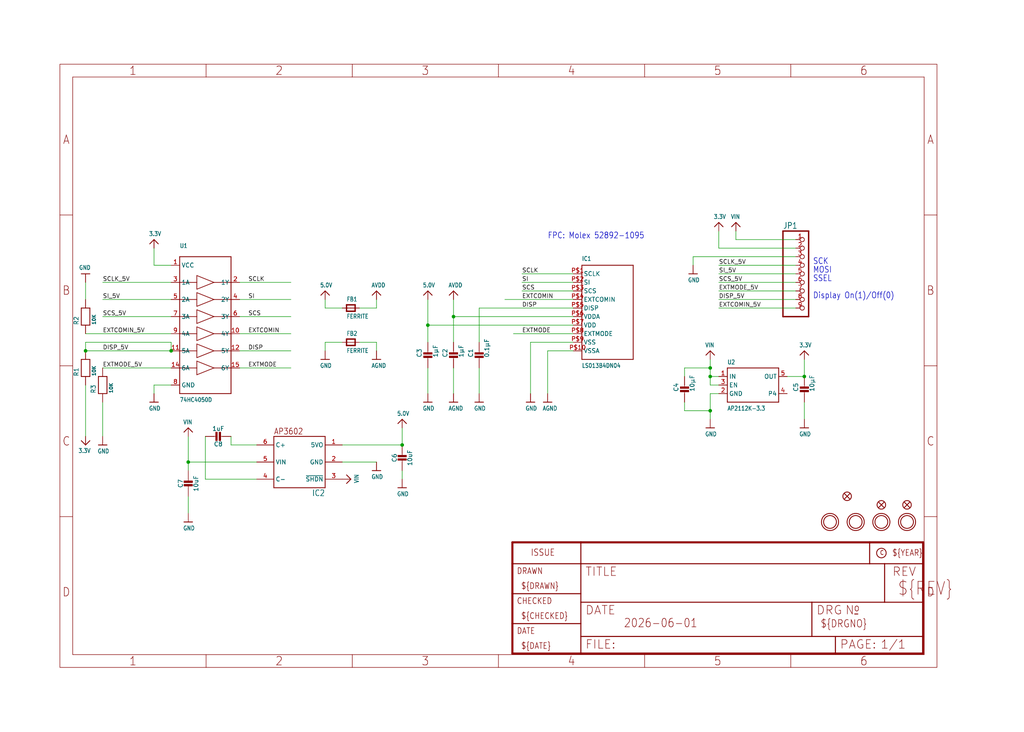
<source format=kicad_sch>
(kicad_sch (version 20230121) (generator eeschema)
  (paper "User" 303.962 217.322)
  (lib_symbols
    (symbol "working-eagle-import:3.3V" (power)
      (property "Value" "3.3V" (at -1.524 1.016 0))
      (symbol "3.3V_1_0"
        (polyline (pts (xy -1.27 -1.27) (xy 0 0)) (stroke (width 0.254)))
        (polyline (pts (xy 0 0) (xy 1.27 -1.27)) (stroke (width 0.254)))
        (pin power_in line (at 0 -2.54 90) (length 2.54) (name "3.3V") (number "1"))
      )
    )
    (symbol "working-eagle-import:5.0V" (power)
      (property "Value" "5.0V" (at -1.524 1.016 0))
      (symbol "5.0V_1_0"
        (polyline (pts (xy -1.27 -1.27) (xy 0 0)) (stroke (width 0.254)))
        (polyline (pts (xy 0 0) (xy 1.27 -1.27)) (stroke (width 0.254)))
        (pin power_in line (at 0 -2.54 90) (length 2.54) (name "5.0V") (number "1"))
      )
    )
    (symbol "working-eagle-import:74HC4050D"
      (property "Reference" "U" (at -7.62 22.86 0))
      (symbol "74HC4050D_1_0"
        (polyline (pts (xy -7.62 -20.32) (xy -7.62 20.32)) (stroke (width 0.254)))
        (polyline (pts (xy -7.62 -12.7) (xy -2.54 -12.7)) (stroke (width 0.2032)))
        (polyline (pts (xy -7.62 -7.62) (xy -2.54 -7.62)) (stroke (width 0.2032)))
        (polyline (pts (xy -7.62 -2.54) (xy -2.54 -2.54)) (stroke (width 0.2032)))
        (polyline (pts (xy -7.62 2.54) (xy -2.54 2.54)) (stroke (width 0.2032)))
        (polyline (pts (xy -7.62 7.62) (xy -2.54 7.62)) (stroke (width 0.2032)))
        (polyline (pts (xy -7.62 12.7) (xy -2.54 12.7)) (stroke (width 0.2032)))
        (polyline (pts (xy -7.62 20.32) (xy 7.62 20.32)) (stroke (width 0.254)))
        (polyline (pts (xy -2.54 -14.732) (xy -2.54 -12.7)) (stroke (width 0.2032)))
        (polyline (pts (xy -2.54 -14.732) (xy 2.54 -12.7)) (stroke (width 0.2032)))
        (polyline (pts (xy -2.54 -12.7) (xy -2.54 -10.668)) (stroke (width 0.2032)))
        (polyline (pts (xy -2.54 -9.652) (xy -2.54 -7.62)) (stroke (width 0.2032)))
        (polyline (pts (xy -2.54 -9.652) (xy 2.54 -7.62)) (stroke (width 0.2032)))
        (polyline (pts (xy -2.54 -7.62) (xy -2.54 -5.588)) (stroke (width 0.2032)))
        (polyline (pts (xy -2.54 -4.572) (xy -2.54 -2.54)) (stroke (width 0.2032)))
        (polyline (pts (xy -2.54 -4.572) (xy 2.54 -2.54)) (stroke (width 0.2032)))
        (polyline (pts (xy -2.54 -2.54) (xy -2.54 -0.508)) (stroke (width 0.2032)))
        (polyline (pts (xy -2.54 0.508) (xy -2.54 2.54)) (stroke (width 0.2032)))
        (polyline (pts (xy -2.54 0.508) (xy 2.54 2.54)) (stroke (width 0.2032)))
        (polyline (pts (xy -2.54 2.54) (xy -2.54 4.572)) (stroke (width 0.2032)))
        (polyline (pts (xy -2.54 5.588) (xy -2.54 7.62)) (stroke (width 0.2032)))
        (polyline (pts (xy -2.54 5.588) (xy 2.54 7.62)) (stroke (width 0.2032)))
        (polyline (pts (xy -2.54 7.62) (xy -2.54 9.652)) (stroke (width 0.2032)))
        (polyline (pts (xy -2.54 10.668) (xy -2.54 12.7)) (stroke (width 0.2032)))
        (polyline (pts (xy -2.54 10.668) (xy 2.54 12.7)) (stroke (width 0.2032)))
        (polyline (pts (xy -2.54 12.7) (xy -2.54 14.732)) (stroke (width 0.2032)))
        (polyline (pts (xy 2.54 -12.7) (xy -2.54 -10.668)) (stroke (width 0.2032)))
        (polyline (pts (xy 2.54 -12.7) (xy 7.62 -12.7)) (stroke (width 0.2032)))
        (polyline (pts (xy 2.54 -7.62) (xy -2.54 -5.588)) (stroke (width 0.2032)))
        (polyline (pts (xy 2.54 -7.62) (xy 7.62 -7.62)) (stroke (width 0.2032)))
        (polyline (pts (xy 2.54 -2.54) (xy -2.54 -0.508)) (stroke (width 0.2032)))
        (polyline (pts (xy 2.54 -2.54) (xy 7.62 -2.54)) (stroke (width 0.2032)))
        (polyline (pts (xy 2.54 2.54) (xy -2.54 4.572)) (stroke (width 0.2032)))
        (polyline (pts (xy 2.54 2.54) (xy 7.62 2.54)) (stroke (width 0.2032)))
        (polyline (pts (xy 2.54 7.62) (xy -2.54 9.652)) (stroke (width 0.2032)))
        (polyline (pts (xy 2.54 7.62) (xy 7.62 7.62)) (stroke (width 0.2032)))
        (polyline (pts (xy 2.54 12.7) (xy -2.54 14.732)) (stroke (width 0.2032)))
        (polyline (pts (xy 2.54 12.7) (xy 7.62 12.7)) (stroke (width 0.2032)))
        (polyline (pts (xy 7.62 -20.32) (xy -7.62 -20.32)) (stroke (width 0.254)))
        (polyline (pts (xy 7.62 12.7) (xy 7.62 -20.32)) (stroke (width 0.254)))
        (polyline (pts (xy 7.62 20.32) (xy 7.62 12.7)) (stroke (width 0.254)))
        (pin bidirectional line (at -10.16 17.78 0) (length 2.54) (name "VCC") (number "1"))
        (pin bidirectional line (at 10.16 -2.54 180) (length 2.54) (name "4Y") (number "10"))
        (pin bidirectional line (at -10.16 -7.62 0) (length 2.54) (name "5A") (number "11"))
        (pin bidirectional line (at 10.16 -7.62 180) (length 2.54) (name "5Y") (number "12"))
        (pin bidirectional line (at -10.16 -12.7 0) (length 2.54) (name "6A") (number "14"))
        (pin bidirectional line (at 10.16 -12.7 180) (length 2.54) (name "6Y") (number "15"))
        (pin bidirectional line (at 10.16 12.7 180) (length 2.54) (name "1Y") (number "2"))
        (pin bidirectional line (at -10.16 12.7 0) (length 2.54) (name "1A") (number "3"))
        (pin bidirectional line (at 10.16 7.62 180) (length 2.54) (name "2Y") (number "4"))
        (pin bidirectional line (at -10.16 7.62 0) (length 2.54) (name "2A") (number "5"))
        (pin bidirectional line (at 10.16 2.54 180) (length 2.54) (name "3Y") (number "6"))
        (pin bidirectional line (at -10.16 2.54 0) (length 2.54) (name "3A") (number "7"))
        (pin bidirectional line (at -10.16 -17.78 0) (length 2.54) (name "GND") (number "8"))
        (pin bidirectional line (at -10.16 -2.54 0) (length 2.54) (name "4A") (number "9"))
      )
    )
    (symbol "working-eagle-import:AGND" (power)
      (property "Value" "AGND" (at -1.524 -2.54 0))
      (symbol "AGND_1_0"
        (polyline (pts (xy -1.27 0) (xy 1.27 0)) (stroke (width 0.254)))
        (pin power_in line (at 0 2.54 270) (length 2.54) (name "AGND") (number "1"))
      )
    )
    (symbol "working-eagle-import:AP3602"
      (property "Reference" "IC" (at -7.62 -10.16 0))
      (symbol "AP3602_1_0"
        (polyline (pts (xy -7.62 -7.62) (xy -7.62 7.62)) (stroke (width 0.254)))
        (polyline (pts (xy -7.62 7.62) (xy 7.62 7.62)) (stroke (width 0.254)))
        (polyline (pts (xy 7.62 -7.62) (xy -7.62 -7.62)) (stroke (width 0.254)))
        (polyline (pts (xy 7.62 7.62) (xy 7.62 -7.62)) (stroke (width 0.254)))
        (text "AP3602" (at 7.62 10.16 0) (effects (font (size 1.778 1.5113)) (justify right top)))
        (pin power_in line (at -12.7 5.08 0) (length 5.08) (name "5VO") (number "1"))
        (pin power_in line (at -12.7 0 0) (length 5.08) (name "GND") (number "2"))
        (pin input line (at -12.7 -5.08 0) (length 5.08) (name "~{SHDN}") (number "3"))
        (pin bidirectional line (at 12.7 -5.08 180) (length 5.08) (name "C-") (number "4"))
        (pin power_in line (at 12.7 0 180) (length 5.08) (name "VIN") (number "5"))
        (pin bidirectional line (at 12.7 5.08 180) (length 5.08) (name "C+") (number "6"))
      )
    )
    (symbol "working-eagle-import:AVDD" (power)
      (property "Value" "AVDD" (at -1.524 1.016 0))
      (symbol "AVDD_1_0"
        (polyline (pts (xy -1.27 -1.27) (xy 0 0)) (stroke (width 0.254)))
        (polyline (pts (xy 0 0) (xy 1.27 -1.27)) (stroke (width 0.254)))
        (pin power_in line (at 0 -2.54 90) (length 2.54) (name "AVDD") (number "1"))
      )
    )
    (symbol "working-eagle-import:CAP_CERAMIC0603_NO"
      (property "Reference" "C" (at -2.29 1.25 90))
      (symbol "CAP_CERAMIC0603_NO_1_0"
        (rectangle (start -1.27 0.508) (end 1.27 1.016) (fill (type outline)))
        (rectangle (start -1.27 1.524) (end 1.27 2.032) (fill (type outline)))
        (polyline (pts (xy 0 0.762) (xy 0 0)) (stroke (width 0.1524)))
        (polyline (pts (xy 0 2.54) (xy 0 1.778)) (stroke (width 0.1524)))
        (pin passive line (at 0 5.08 270) (length 2.54) (name "1") (number "1"))
        (pin passive line (at 0 -2.54 90) (length 2.54) (name "2") (number "2"))
      )
    )
    (symbol "working-eagle-import:CAP_CERAMIC0805-NOOUTLINE"
      (property "Reference" "C" (at -2.29 1.25 90))
      (symbol "CAP_CERAMIC0805-NOOUTLINE_1_0"
        (rectangle (start -1.27 0.508) (end 1.27 1.016) (fill (type outline)))
        (rectangle (start -1.27 1.524) (end 1.27 2.032) (fill (type outline)))
        (polyline (pts (xy 0 0.762) (xy 0 0)) (stroke (width 0.1524)))
        (polyline (pts (xy 0 2.54) (xy 0 1.778)) (stroke (width 0.1524)))
        (pin passive line (at 0 5.08 270) (length 2.54) (name "1") (number "1"))
        (pin passive line (at 0 -2.54 90) (length 2.54) (name "2") (number "2"))
      )
    )
    (symbol "working-eagle-import:CAP_CERAMIC0805_10MGAP"
      (property "Reference" "C" (at -2.29 1.25 90))
      (symbol "CAP_CERAMIC0805_10MGAP_1_0"
        (rectangle (start -1.27 0.508) (end 1.27 1.016) (fill (type outline)))
        (rectangle (start -1.27 1.524) (end 1.27 2.032) (fill (type outline)))
        (polyline (pts (xy 0 0.762) (xy 0 0)) (stroke (width 0.1524)))
        (polyline (pts (xy 0 2.54) (xy 0 1.778)) (stroke (width 0.1524)))
        (pin passive line (at 0 5.08 270) (length 2.54) (name "1") (number "1"))
        (pin passive line (at 0 -2.54 90) (length 2.54) (name "2") (number "2"))
      )
    )
    (symbol "working-eagle-import:DISP_EINK_SHARPMEMORYLCD_10PIN_27IN"
      (property "Reference" "IC" (at -7.62 13.97 0))
      (symbol "DISP_EINK_SHARPMEMORYLCD_10PIN_27IN_1_0"
        (polyline (pts (xy -7.62 -15.24) (xy -7.62 12.7)) (stroke (width 0.254)))
        (polyline (pts (xy -7.62 12.7) (xy 7.62 12.7)) (stroke (width 0.254)))
        (polyline (pts (xy 7.62 -15.24) (xy -7.62 -15.24)) (stroke (width 0.254)))
        (polyline (pts (xy 7.62 12.7) (xy 7.62 -15.24)) (stroke (width 0.254)))
        (pin input line (at -10.16 10.16 0) (length 2.54) (name "SCLK") (number "P$1"))
        (pin power_in line (at -10.16 -12.7 0) (length 2.54) (name "VSSA") (number "P$10"))
        (pin input line (at -10.16 7.62 0) (length 2.54) (name "SI") (number "P$2"))
        (pin input line (at -10.16 5.08 0) (length 2.54) (name "SCS") (number "P$3"))
        (pin input line (at -10.16 2.54 0) (length 2.54) (name "EXTCOMIN") (number "P$4"))
        (pin input line (at -10.16 0 0) (length 2.54) (name "DISP") (number "P$5"))
        (pin power_in line (at -10.16 -2.54 0) (length 2.54) (name "VDDA") (number "P$6"))
        (pin power_in line (at -10.16 -5.08 0) (length 2.54) (name "VDD") (number "P$7"))
        (pin input line (at -10.16 -7.62 0) (length 2.54) (name "EXTMODE") (number "P$8"))
        (pin power_in line (at -10.16 -10.16 0) (length 2.54) (name "VSS") (number "P$9"))
      )
    )
    (symbol "working-eagle-import:FERRITE_0805"
      (property "Reference" "FB" (at -1.27 1.905 0))
      (symbol "FERRITE_0805_1_0"
        (polyline (pts (xy -1.27 -0.9525) (xy -1.27 0.9525)) (stroke (width 0.4064)))
        (polyline (pts (xy -1.27 0.9525) (xy 1.27 0.9525)) (stroke (width 0.4064)))
        (polyline (pts (xy 1.27 -0.9525) (xy -1.27 -0.9525)) (stroke (width 0.4064)))
        (polyline (pts (xy 1.27 0.9525) (xy 1.27 -0.9525)) (stroke (width 0.4064)))
        (pin passive line (at -2.54 0 0) (length 2.54) (name "P$1") (number "1"))
        (pin passive line (at 2.54 0 180) (length 2.54) (name "P$2") (number "2"))
      )
    )
    (symbol "working-eagle-import:FIDUCIAL_1MM"
      (symbol "FIDUCIAL_1MM_1_0"
        (polyline (pts (xy -0.762 0.762) (xy 0.762 -0.762)) (stroke (width 0.254)))
        (polyline (pts (xy 0.762 0.762) (xy -0.762 -0.762)) (stroke (width 0.254)))
        (circle (center 0 0) (radius 1.27) (stroke (width 0.254)))
      )
    )
    (symbol "working-eagle-import:FRAME_A4"
      (symbol "FRAME_A4_1_0"
        (polyline (pts (xy 0 44.7675) (xy 3.81 44.7675)))
        (polyline (pts (xy 0 89.535) (xy 3.81 89.535)))
        (polyline (pts (xy 0 134.3025) (xy 3.81 134.3025)))
        (polyline (pts (xy 3.81 3.81) (xy 3.81 175.26)))
        (polyline (pts (xy 43.3917 0) (xy 43.3917 3.81)))
        (polyline (pts (xy 43.3917 175.26) (xy 43.3917 179.07)))
        (polyline (pts (xy 86.7833 0) (xy 86.7833 3.81)))
        (polyline (pts (xy 86.7833 175.26) (xy 86.7833 179.07)))
        (polyline (pts (xy 130.175 0) (xy 130.175 3.81)))
        (polyline (pts (xy 130.175 175.26) (xy 130.175 179.07)))
        (polyline (pts (xy 173.5667 0) (xy 173.5667 3.81)))
        (polyline (pts (xy 173.5667 175.26) (xy 173.5667 179.07)))
        (polyline (pts (xy 216.9583 0) (xy 216.9583 3.81)))
        (polyline (pts (xy 216.9583 175.26) (xy 216.9583 179.07)))
        (polyline (pts (xy 256.54 3.81) (xy 3.81 3.81)))
        (polyline (pts (xy 256.54 3.81) (xy 256.54 8.89)) (stroke (width 0.1016)))
        (polyline (pts (xy 256.54 3.81) (xy 256.54 175.26)))
        (polyline (pts (xy 256.54 8.89) (xy 256.54 13.97)) (stroke (width 0.1016)))
        (polyline (pts (xy 256.54 13.97) (xy 256.54 19.05)) (stroke (width 0.1016)))
        (polyline (pts (xy 256.54 19.05) (xy 256.54 36.83)) (stroke (width 0.1016)))
        (polyline (pts (xy 256.54 44.7675) (xy 260.35 44.7675)))
        (polyline (pts (xy 256.54 89.535) (xy 260.35 89.535)))
        (polyline (pts (xy 256.54 134.3025) (xy 260.35 134.3025)))
        (polyline (pts (xy 256.54 175.26) (xy 3.81 175.26)))
        (polyline (pts (xy 0 0) (xy 260.35 0) (xy 260.35 179.07) (xy 0 179.07) (xy 0 0)))
        (text "1" (at 21.6958 1.905 0) (effects (font (size 2.54 2.286))))
        (text "1" (at 21.6958 177.165 0) (effects (font (size 2.54 2.286))))
        (text "2" (at 65.0875 1.905 0) (effects (font (size 2.54 2.286))))
        (text "2" (at 65.0875 177.165 0) (effects (font (size 2.54 2.286))))
        (text "3" (at 108.4792 1.905 0) (effects (font (size 2.54 2.286))))
        (text "3" (at 108.4792 177.165 0) (effects (font (size 2.54 2.286))))
        (text "4" (at 151.8708 1.905 0) (effects (font (size 2.54 2.286))))
        (text "4" (at 151.8708 177.165 0) (effects (font (size 2.54 2.286))))
        (text "5" (at 195.2625 1.905 0) (effects (font (size 2.54 2.286))))
        (text "5" (at 195.2625 177.165 0) (effects (font (size 2.54 2.286))))
        (text "6" (at 238.6542 1.905 0) (effects (font (size 2.54 2.286))))
        (text "6" (at 238.6542 177.165 0) (effects (font (size 2.54 2.286))))
        (text "A" (at 1.905 156.6863 0) (effects (font (size 2.54 2.286))))
        (text "A" (at 258.445 156.6863 0) (effects (font (size 2.54 2.286))))
        (text "B" (at 1.905 111.9188 0) (effects (font (size 2.54 2.286))))
        (text "B" (at 258.445 111.9188 0) (effects (font (size 2.54 2.286))))
        (text "C" (at 1.905 67.1513 0) (effects (font (size 2.54 2.286))))
        (text "C" (at 258.445 67.1513 0) (effects (font (size 2.54 2.286))))
        (text "D" (at 1.905 22.3838 0) (effects (font (size 2.54 2.286))))
        (text "D" (at 258.445 22.3838 0) (effects (font (size 2.54 2.286))))
      )
      (symbol "FRAME_A4_2_0"
        (polyline (pts (xy -0.3048 1.5748) (xy 20.0152 1.5748)) (stroke (width 0.6096)))
        (polyline (pts (xy -0.3048 10.4648) (xy -0.3048 1.5748)) (stroke (width 0.6096)))
        (polyline (pts (xy -0.3048 10.4648) (xy 20.0152 10.4648)) (stroke (width 0.3048)))
        (polyline (pts (xy -0.3048 19.3548) (xy -0.3048 10.4648)) (stroke (width 0.6096)))
        (polyline (pts (xy -0.3048 19.3548) (xy 20.0152 19.3548)) (stroke (width 0.3048)))
        (polyline (pts (xy -0.3048 28.2448) (xy -0.3048 19.3548)) (stroke (width 0.6096)))
        (polyline (pts (xy -0.3048 28.2448) (xy 20.0152 28.2448)) (stroke (width 0.3048)))
        (polyline (pts (xy -0.3048 34.5948) (xy -0.3048 28.2448)) (stroke (width 0.6096)))
        (polyline (pts (xy 20.0152 1.5748) (xy 20.0152 6.6548)) (stroke (width 0.3048)))
        (polyline (pts (xy 20.0152 1.5748) (xy 95.5802 1.5748)) (stroke (width 0.6096)))
        (polyline (pts (xy 20.0152 6.6548) (xy 20.0152 10.4648)) (stroke (width 0.3048)))
        (polyline (pts (xy 20.0152 6.6548) (xy 88.5952 6.6548)) (stroke (width 0.3048)))
        (polyline (pts (xy 20.0152 10.4648) (xy 20.0152 16.8148)) (stroke (width 0.3048)))
        (polyline (pts (xy 20.0152 16.8148) (xy 20.0152 19.3548)) (stroke (width 0.3048)))
        (polyline (pts (xy 20.0152 19.3548) (xy 20.0152 28.2448)) (stroke (width 0.3048)))
        (polyline (pts (xy 20.0152 28.2448) (xy 20.0152 34.5948)) (stroke (width 0.3048)))
        (polyline (pts (xy 20.0152 28.2448) (xy 105.7402 28.2448)) (stroke (width 0.3048)))
        (polyline (pts (xy 20.0152 34.5948) (xy -0.3048 34.5948)) (stroke (width 0.6096)))
        (polyline (pts (xy 88.5952 6.6548) (xy 95.5802 6.6548)) (stroke (width 0.3048)))
        (polyline (pts (xy 88.5952 16.8148) (xy 20.0152 16.8148)) (stroke (width 0.3048)))
        (polyline (pts (xy 88.5952 16.8148) (xy 88.5952 6.6548)) (stroke (width 0.3048)))
        (polyline (pts (xy 95.5802 1.5748) (xy 121.6152 1.5748)) (stroke (width 0.6096)))
        (polyline (pts (xy 95.5802 6.6548) (xy 95.5802 1.5748)) (stroke (width 0.3048)))
        (polyline (pts (xy 95.5802 6.6548) (xy 121.6152 6.6548)) (stroke (width 0.3048)))
        (polyline (pts (xy 101.2952 13.3223) (xy 102.2477 13.3223)) (stroke (width 0.254)))
        (polyline (pts (xy 105.7402 28.2448) (xy 105.7402 34.5948)) (stroke (width 0.3048)))
        (polyline (pts (xy 105.7402 28.2448) (xy 110.1852 28.2448)) (stroke (width 0.3048)))
        (polyline (pts (xy 105.7402 34.5948) (xy 20.0152 34.5948)) (stroke (width 0.6096)))
        (polyline (pts (xy 110.1852 16.8148) (xy 88.5952 16.8148)) (stroke (width 0.3048)))
        (polyline (pts (xy 110.1852 28.2448) (xy 110.1852 16.8148)) (stroke (width 0.3048)))
        (polyline (pts (xy 110.1852 28.2448) (xy 121.6152 28.2448)) (stroke (width 0.3048)))
        (polyline (pts (xy 121.6152 6.6548) (xy 121.6152 1.5748)) (stroke (width 0.6096)))
        (polyline (pts (xy 121.6152 16.8148) (xy 110.1852 16.8148)) (stroke (width 0.3048)))
        (polyline (pts (xy 121.6152 16.8148) (xy 121.6152 6.6548)) (stroke (width 0.6096)))
        (polyline (pts (xy 121.6152 28.2448) (xy 121.6152 16.8148)) (stroke (width 0.6096)))
        (polyline (pts (xy 121.6152 34.5948) (xy 105.7402 34.5948)) (stroke (width 0.6096)))
        (polyline (pts (xy 121.6152 34.5948) (xy 121.6152 28.2448)) (stroke (width 0.6096)))
        (circle (center 109.2327 31.4198) (radius 1.4199) (stroke (width 0.254)))
        (text "${#}/${##}" (at 108.9152 2.8448 0) (effects (font (size 2.54 2.54)) (justify left bottom)))
        (text "${CHECKED}" (at 2.2352 11.7348 0) (effects (font (size 1.778 1.5113)) (justify left bottom)))
        (text "${COMPANY}" (at 23.349 29.6735 0) (effects (font (size 3.175 2.6987) (thickness 0.5397) bold) (justify left bottom)))
        (text "${CURRENT_DATE}" (at 32.7152 9.1948 0) (effects (font (size 2.54 2.159)) (justify left bottom)))
        (text "${DATE}" (at 2.2352 2.8448 0) (effects (font (size 1.778 1.5113)) (justify left bottom)))
        (text "${DRAWN}" (at 2.2352 20.6248 0) (effects (font (size 1.778 1.5113)) (justify left bottom)))
        (text "${DRGNO}" (at 91.1352 9.1948 0) (effects (font (size 2.1844 1.8567)) (justify left bottom)))
        (text "${PROJECTNAME}" (at 33.0327 2.8448 0) (effects (font (size 2.54 2.159)) (justify left bottom)))
        (text "${REV}" (at 113.9952 18.7198 0) (effects (font (size 3.81 3.2385)) (justify left bottom)))
        (text "${YEAR}" (at 112.4077 30.4673 0) (effects (font (size 1.778 1.5113)) (justify left bottom)))
        (text "C" (at 108.7564 30.7848 0) (effects (font (size 1.27 1.0795)) (justify left bottom)))
        (text "CHECKED" (at 0.9652 16.1798 0) (effects (font (size 1.778 1.5113)) (justify left bottom)))
        (text "DATE" (at 0.9652 7.2898 0) (effects (font (size 1.778 1.5113)) (justify left bottom)))
        (text "DATE" (at 21.2852 13.0048 0) (effects (font (size 2.54 2.54)) (justify left bottom)))
        (text "DRAWN" (at 0.9652 25.0698 0) (effects (font (size 1.778 1.5113)) (justify left bottom)))
        (text "DRG" (at 89.8652 13.0048 0) (effects (font (size 2.54 2.54)) (justify left bottom)))
        (text "FILE:" (at 21.2852 2.8448 0) (effects (font (size 2.54 2.54)) (justify left bottom)))
        (text "ISSUE" (at 5.0927 30.4673 0) (effects (font (size 1.9304 1.6408)) (justify left bottom)))
        (text "N" (at 98.4377 13.0048 0) (effects (font (size 2.54 2.54)) (justify left bottom)))
        (text "o" (at 100.9777 13.9573 0) (effects (font (size 2.1844 1.8567)) (justify left bottom)))
        (text "PAGE:" (at 96.8502 2.8448 0) (effects (font (size 2.54 2.54)) (justify left bottom)))
        (text "REV" (at 112.4077 24.4348 0) (effects (font (size 2.54 2.54)) (justify left bottom)))
        (text "TITLE" (at 21.2852 24.4348 0) (effects (font (size 2.54 2.54)) (justify left bottom)))
      )
    )
    (symbol "working-eagle-import:GND" (power)
      (property "Value" "GND" (at -1.524 -2.54 0))
      (symbol "GND_1_0"
        (polyline (pts (xy -1.27 0) (xy 1.27 0)) (stroke (width 0.254)))
        (pin power_in line (at 0 2.54 270) (length 2.54) (name "GND") (number "1"))
      )
    )
    (symbol "working-eagle-import:HEADER-1X970MIL"
      (property "Reference" "JP" (at -6.35 13.335 0))
      (symbol "HEADER-1X970MIL_1_0"
        (polyline (pts (xy -6.35 -12.7) (xy 1.27 -12.7)) (stroke (width 0.4064)))
        (polyline (pts (xy -6.35 12.7) (xy -6.35 -12.7)) (stroke (width 0.4064)))
        (polyline (pts (xy 1.27 -12.7) (xy 1.27 12.7)) (stroke (width 0.4064)))
        (polyline (pts (xy 1.27 12.7) (xy -6.35 12.7)) (stroke (width 0.4064)))
        (pin passive inverted (at -2.54 10.16 0) (length 2.54) (name "1") (number "1"))
        (pin passive inverted (at -2.54 7.62 0) (length 2.54) (name "2") (number "2"))
        (pin passive inverted (at -2.54 5.08 0) (length 2.54) (name "3") (number "3"))
        (pin passive inverted (at -2.54 2.54 0) (length 2.54) (name "4") (number "4"))
        (pin passive inverted (at -2.54 0 0) (length 2.54) (name "5") (number "5"))
        (pin passive inverted (at -2.54 -2.54 0) (length 2.54) (name "6") (number "6"))
        (pin passive inverted (at -2.54 -5.08 0) (length 2.54) (name "7") (number "7"))
        (pin passive inverted (at -2.54 -7.62 0) (length 2.54) (name "8") (number "8"))
        (pin passive inverted (at -2.54 -10.16 0) (length 2.54) (name "9") (number "9"))
      )
    )
    (symbol "working-eagle-import:MOUNTINGHOLE2.5"
      (symbol "MOUNTINGHOLE2.5_1_0"
        (circle (center 0 0) (radius 1.905) (stroke (width 0.254)))
        (circle (center 0 0) (radius 2.54) (stroke (width 0.254)))
      )
    )
    (symbol "working-eagle-import:MOUNTINGHOLE2.5_THICK"
      (symbol "MOUNTINGHOLE2.5_THICK_1_0"
        (circle (center 0 0) (radius 1.905) (stroke (width 0.254)))
        (circle (center 0 0) (radius 2.54) (stroke (width 0.254)))
      )
    )
    (symbol "working-eagle-import:RESISTOR_0603_NOOUT"
      (property "Reference" "R" (at 0 2.54 0))
      (symbol "RESISTOR_0603_NOOUT_1_0"
        (polyline (pts (xy -2.54 -1.27) (xy -2.54 1.27)) (stroke (width 0.254)))
        (polyline (pts (xy -2.54 1.27) (xy 2.54 1.27)) (stroke (width 0.254)))
        (polyline (pts (xy 2.54 -1.27) (xy -2.54 -1.27)) (stroke (width 0.254)))
        (polyline (pts (xy 2.54 1.27) (xy 2.54 -1.27)) (stroke (width 0.254)))
        (pin passive line (at -5.08 0 0) (length 2.54) (name "1") (number "1"))
        (pin passive line (at 5.08 0 180) (length 2.54) (name "2") (number "2"))
      )
    )
    (symbol "working-eagle-import:VIN" (power)
      (property "Value" "VIN" (at -1.524 1.016 0))
      (symbol "VIN_1_0"
        (polyline (pts (xy -1.27 -1.27) (xy 0 0)) (stroke (width 0.254)))
        (polyline (pts (xy 0 0) (xy 1.27 -1.27)) (stroke (width 0.254)))
        (pin power_in line (at 0 -2.54 90) (length 2.54) (name "VIN") (number "1"))
      )
    )
    (symbol "working-eagle-import:VREG_SOT23-5"
      (property "Reference" "U" (at -7.62 6.096 0))
      (symbol "VREG_SOT23-5_1_0"
        (polyline (pts (xy -7.62 -5.08) (xy -7.62 5.08)) (stroke (width 0.254)))
        (polyline (pts (xy -7.62 5.08) (xy 7.62 5.08)) (stroke (width 0.254)))
        (polyline (pts (xy 7.62 -5.08) (xy -7.62 -5.08)) (stroke (width 0.254)))
        (polyline (pts (xy 7.62 5.08) (xy 7.62 -5.08)) (stroke (width 0.254)))
        (pin power_in line (at -10.16 2.54 0) (length 2.54) (name "IN") (number "1"))
        (pin power_in line (at -10.16 -2.54 0) (length 2.54) (name "GND") (number "2"))
        (pin input line (at -10.16 0 0) (length 2.54) (name "EN") (number "3"))
        (pin bidirectional line (at 10.16 -2.54 180) (length 2.54) (name "P4") (number "4"))
        (pin power_in line (at 10.16 2.54 180) (length 2.54) (name "OUT") (number "5"))
      )
    )
    (symbol "working-eagle-import:adafruit_power_5.0V" (power)
      (property "Value" "adafruit_power_5.0V" (at -1.524 1.016 0))
      (symbol "adafruit_power_5.0V_1_0"
        (polyline (pts (xy -1.27 -1.27) (xy 0 0)) (stroke (width 0.254)))
        (polyline (pts (xy 0 0) (xy 1.27 -1.27)) (stroke (width 0.254)))
        (pin power_in line (at 0 -2.54 90) (length 2.54) (name "5.0V") (number "1"))
      )
    )
    (symbol "working-eagle-import:adafruit_power_VIN" (power)
      (property "Value" "adafruit_power_VIN" (at -1.524 1.016 0))
      (symbol "adafruit_power_VIN_1_0"
        (polyline (pts (xy -1.27 -1.27) (xy 0 0)) (stroke (width 0.254)))
        (polyline (pts (xy 0 0) (xy 1.27 -1.27)) (stroke (width 0.254)))
        (pin power_in line (at 0 -2.54 90) (length 2.54) (name "VIN") (number "1"))
      )
    )
  )
  (junction (at 134.62 93.98))
  (junction (at 210.82 121.92))
  (junction (at 210.82 111.76))
  (junction (at 127 96.52))
  (junction (at 50.8 104.14))
  (junction (at 238.76 111.76))
  (junction (at 25.4 104.14))
  (junction (at 210.82 109.22))
  (junction (at 119.38 132.08))
  (junction (at 55.88 137.16))
  (wire (pts (xy 127 109.22) (xy 127 116.84)) (stroke (width 0.1524)))
  (wire (pts (xy 218.44 71.12) (xy 218.44 68.58)) (stroke (width 0.1524)))
  (wire (pts (xy 203.2 111.76) (xy 203.2 109.22)) (stroke (width 0.1524)))
  (wire (pts (xy 213.36 111.76) (xy 210.82 111.76)) (stroke (width 0.1524)))
  (wire (pts (xy 233.68 111.76) (xy 238.76 111.76)) (stroke (width 0.1524)))
  (wire (pts (xy 236.22 73.66) (xy 213.36 73.66)) (stroke (width 0.1524)))
  (wire (pts (xy 236.22 86.36) (xy 213.36 86.36)) (stroke (width 0.1524)))
  (wire (pts (xy 50.8 101.6) (xy 50.8 104.14)) (stroke (width 0.1524)))
  (wire (pts (xy 142.24 91.44) (xy 142.24 101.6)) (stroke (width 0.1524)))
  (wire (pts (xy 157.48 101.6) (xy 157.48 116.84)) (stroke (width 0.1524)))
  (wire (pts (xy 210.82 114.3) (xy 210.82 111.76)) (stroke (width 0.1524)))
  (wire (pts (xy 50.8 83.82) (xy 30.48 83.82)) (stroke (width 0.1524)))
  (wire (pts (xy 45.72 114.3) (xy 45.72 116.84)) (stroke (width 0.1524)))
  (wire (pts (xy 86.36 83.82) (xy 71.12 83.82)) (stroke (width 0.1524)))
  (wire (pts (xy 101.6 132.08) (xy 119.38 132.08)) (stroke (width 0.1524)))
  (wire (pts (xy 76.2 132.08) (xy 68.58 132.08)) (stroke (width 0.1524)))
  (wire (pts (xy 170.18 83.82) (xy 154.94 83.82)) (stroke (width 0.1524)))
  (wire (pts (xy 106.68 101.6) (xy 111.76 101.6)) (stroke (width 0.1524)))
  (wire (pts (xy 30.48 129.54) (xy 30.48 119.38)) (stroke (width 0.1524)))
  (wire (pts (xy 203.2 121.92) (xy 210.82 121.92)) (stroke (width 0.1524)))
  (wire (pts (xy 25.4 104.14) (xy 25.4 101.6)) (stroke (width 0.1524)))
  (wire (pts (xy 119.38 139.7) (xy 119.38 142.24)) (stroke (width 0.1524)))
  (wire (pts (xy 50.8 104.14) (xy 25.4 104.14)) (stroke (width 0.1524)))
  (wire (pts (xy 55.88 137.16) (xy 55.88 129.54)) (stroke (width 0.1524)))
  (wire (pts (xy 60.96 142.24) (xy 60.96 129.54)) (stroke (width 0.1524)))
  (wire (pts (xy 25.4 83.82) (xy 25.4 88.9)) (stroke (width 0.1524)))
  (wire (pts (xy 134.62 93.98) (xy 134.62 88.9)) (stroke (width 0.1524)))
  (wire (pts (xy 170.18 93.98) (xy 134.62 93.98)) (stroke (width 0.1524)))
  (wire (pts (xy 96.52 91.44) (xy 96.52 88.9)) (stroke (width 0.1524)))
  (wire (pts (xy 101.6 101.6) (xy 96.52 101.6)) (stroke (width 0.1524)))
  (wire (pts (xy 134.62 93.98) (xy 134.62 101.6)) (stroke (width 0.1524)))
  (wire (pts (xy 213.36 73.66) (xy 213.36 68.58)) (stroke (width 0.1524)))
  (wire (pts (xy 25.4 129.54) (xy 25.4 114.3)) (stroke (width 0.1524)))
  (wire (pts (xy 236.22 71.12) (xy 218.44 71.12)) (stroke (width 0.1524)))
  (wire (pts (xy 170.18 99.06) (xy 152.4 99.06)) (stroke (width 0.1524)))
  (wire (pts (xy 111.76 137.16) (xy 101.6 137.16)) (stroke (width 0.1524)))
  (wire (pts (xy 238.76 111.76) (xy 238.76 106.68)) (stroke (width 0.1524)))
  (wire (pts (xy 170.18 101.6) (xy 157.48 101.6)) (stroke (width 0.1524)))
  (wire (pts (xy 106.68 91.44) (xy 111.76 91.44)) (stroke (width 0.1524)))
  (wire (pts (xy 119.38 132.08) (xy 119.38 127)) (stroke (width 0.1524)))
  (wire (pts (xy 76.2 137.16) (xy 55.88 137.16)) (stroke (width 0.1524)))
  (wire (pts (xy 50.8 93.98) (xy 30.48 93.98)) (stroke (width 0.1524)))
  (wire (pts (xy 96.52 101.6) (xy 96.52 104.14)) (stroke (width 0.1524)))
  (wire (pts (xy 86.36 99.06) (xy 71.12 99.06)) (stroke (width 0.1524)))
  (wire (pts (xy 68.58 132.08) (xy 68.58 129.54)) (stroke (width 0.1524)))
  (wire (pts (xy 213.36 116.84) (xy 210.82 116.84)) (stroke (width 0.1524)))
  (wire (pts (xy 210.82 111.76) (xy 210.82 109.22)) (stroke (width 0.1524)))
  (wire (pts (xy 170.18 104.14) (xy 162.56 104.14)) (stroke (width 0.1524)))
  (wire (pts (xy 170.18 81.28) (xy 154.94 81.28)) (stroke (width 0.1524)))
  (wire (pts (xy 210.82 121.92) (xy 210.82 124.46)) (stroke (width 0.1524)))
  (wire (pts (xy 45.72 78.74) (xy 45.72 73.66)) (stroke (width 0.1524)))
  (wire (pts (xy 170.18 91.44) (xy 142.24 91.44)) (stroke (width 0.1524)))
  (wire (pts (xy 127 96.52) (xy 127 88.9)) (stroke (width 0.1524)))
  (wire (pts (xy 86.36 93.98) (xy 71.12 93.98)) (stroke (width 0.1524)))
  (wire (pts (xy 210.82 109.22) (xy 210.82 106.68)) (stroke (width 0.1524)))
  (wire (pts (xy 170.18 88.9) (xy 149.86 88.9)) (stroke (width 0.1524)))
  (wire (pts (xy 170.18 96.52) (xy 127 96.52)) (stroke (width 0.1524)))
  (wire (pts (xy 50.8 78.74) (xy 45.72 78.74)) (stroke (width 0.1524)))
  (wire (pts (xy 50.8 88.9) (xy 30.48 88.9)) (stroke (width 0.1524)))
  (wire (pts (xy 236.22 76.2) (xy 205.74 76.2)) (stroke (width 0.1524)))
  (wire (pts (xy 76.2 142.24) (xy 60.96 142.24)) (stroke (width 0.1524)))
  (wire (pts (xy 86.36 104.14) (xy 71.12 104.14)) (stroke (width 0.1524)))
  (wire (pts (xy 134.62 109.22) (xy 134.62 116.84)) (stroke (width 0.1524)))
  (wire (pts (xy 170.18 86.36) (xy 154.94 86.36)) (stroke (width 0.1524)))
  (wire (pts (xy 50.8 99.06) (xy 25.4 99.06)) (stroke (width 0.1524)))
  (wire (pts (xy 111.76 101.6) (xy 111.76 104.14)) (stroke (width 0.1524)))
  (wire (pts (xy 203.2 119.38) (xy 203.2 121.92)) (stroke (width 0.1524)))
  (wire (pts (xy 142.24 109.22) (xy 142.24 116.84)) (stroke (width 0.1524)))
  (wire (pts (xy 236.22 81.28) (xy 213.36 81.28)) (stroke (width 0.1524)))
  (wire (pts (xy 162.56 104.14) (xy 162.56 116.84)) (stroke (width 0.1524)))
  (wire (pts (xy 236.22 88.9) (xy 213.36 88.9)) (stroke (width 0.1524)))
  (wire (pts (xy 236.22 91.44) (xy 213.36 91.44)) (stroke (width 0.1524)))
  (wire (pts (xy 236.22 78.74) (xy 213.36 78.74)) (stroke (width 0.1524)))
  (wire (pts (xy 203.2 109.22) (xy 210.82 109.22)) (stroke (width 0.1524)))
  (wire (pts (xy 236.22 83.82) (xy 213.36 83.82)) (stroke (width 0.1524)))
  (wire (pts (xy 210.82 116.84) (xy 210.82 121.92)) (stroke (width 0.1524)))
  (wire (pts (xy 50.8 109.22) (xy 30.48 109.22)) (stroke (width 0.1524)))
  (wire (pts (xy 101.6 91.44) (xy 96.52 91.44)) (stroke (width 0.1524)))
  (wire (pts (xy 213.36 114.3) (xy 210.82 114.3)) (stroke (width 0.1524)))
  (wire (pts (xy 25.4 101.6) (xy 50.8 101.6)) (stroke (width 0.1524)))
  (wire (pts (xy 86.36 88.9) (xy 71.12 88.9)) (stroke (width 0.1524)))
  (wire (pts (xy 50.8 114.3) (xy 45.72 114.3)) (stroke (width 0.1524)))
  (wire (pts (xy 127 101.6) (xy 127 96.52)) (stroke (width 0.1524)))
  (wire (pts (xy 238.76 119.38) (xy 238.76 124.46)) (stroke (width 0.1524)))
  (wire (pts (xy 55.88 137.16) (xy 55.88 139.7)) (stroke (width 0.1524)))
  (wire (pts (xy 111.76 91.44) (xy 111.76 88.9)) (stroke (width 0.1524)))
  (wire (pts (xy 86.36 109.22) (xy 71.12 109.22)) (stroke (width 0.1524)))
  (wire (pts (xy 205.74 76.2) (xy 205.74 78.74)) (stroke (width 0.1524)))
  (wire (pts (xy 55.88 147.32) (xy 55.88 152.4)) (stroke (width 0.1524)))
  (text "SSEL" (at 241.3 83.82 0) (effects (font (size 1.778 1.5113)) (justify left bottom)))
  (text "MOSI" (at 241.3 81.28 0) (effects (font (size 1.778 1.5113)) (justify left bottom)))
  (text "FPC: Molex 52892-1095" (at 162.56 71.12 0) (effects (font (size 1.778 1.5113)) (justify left bottom)))
  (text "Display On(1)/Off(0)" (at 241.3 88.9 0) (effects (font (size 1.778 1.5113)) (justify left bottom)))
  (text "SCK" (at 241.3 78.74 0) (effects (font (size 1.778 1.5113)) (justify left bottom)))
  (label "SI" (at 154.94 83.82 0) (effects (font (size 1.2446 1.2446))))
  (label "SCS" (at 73.66 93.98 0) (effects (font (size 1.2446 1.2446))))
  (label "DISP_5V" (at 30.48 104.14 0) (effects (font (size 1.2446 1.2446))))
  (label "EXTCOMIN" (at 154.94 88.9 0) (effects (font (size 1.2446 1.2446))))
  (label "EXTMODE" (at 154.94 99.06 0) (effects (font (size 1.2446 1.2446))))
  (label "EXTCOMIN_5V" (at 30.48 99.06 0) (effects (font (size 1.2446 1.2446))))
  (label "EXTMODE_5V" (at 30.48 109.22 0) (effects (font (size 1.2446 1.2446))))
  (label "SCLK_5V" (at 213.36 78.74 0) (effects (font (size 1.2446 1.2446))))
  (label "DISP" (at 73.66 104.14 0) (effects (font (size 1.2446 1.2446))))
  (label "SI_5V" (at 213.36 81.28 0) (effects (font (size 1.2446 1.2446))))
  (label "SCLK" (at 73.66 83.82 0) (effects (font (size 1.2446 1.2446))))
  (label "SCLK_5V" (at 30.48 83.82 0) (effects (font (size 1.2446 1.2446))))
  (label "SCLK" (at 154.94 81.28 0) (effects (font (size 1.2446 1.2446))))
  (label "EXTMODE_5V" (at 213.36 86.36 0) (effects (font (size 1.2446 1.2446))))
  (label "SCS_5V" (at 30.48 93.98 0) (effects (font (size 1.2446 1.2446))))
  (label "EXTCOMIN_5V" (at 213.36 91.44 0) (effects (font (size 1.2446 1.2446))))
  (label "DISP" (at 154.94 91.44 0) (effects (font (size 1.2446 1.2446))))
  (label "DISP_5V" (at 213.36 88.9 0) (effects (font (size 1.2446 1.2446))))
  (label "EXTCOMIN" (at 73.66 99.06 0) (effects (font (size 1.2446 1.2446))))
  (label "SCS" (at 154.94 86.36 0) (effects (font (size 1.2446 1.2446))))
  (label "EXTMODE" (at 73.66 109.22 0) (effects (font (size 1.2446 1.2446))))
  (label "SI_5V" (at 30.48 88.9 0) (effects (font (size 1.2446 1.2446))))
  (label "SI" (at 73.66 88.9 0) (effects (font (size 1.2446 1.2446))))
  (label "SCS_5V" (at 213.36 83.82 0) (effects (font (size 1.2446 1.2446))))
  (symbol (lib_id "working-eagle-import:RESISTOR_0603_NOOUT") (at 25.4 93.98 90) (unit 1)
    (property "Reference" "R2" (at 23.368 96.52 0) (effects (justify left bottom)))
    (property "Value" "10K" (at 28.575 96.52 0) (effects (font (size 1.016 1.016) bold) (justify left bottom)))
    (property "Footprint" "working:0603-NO" (effects hide))
  )
  (symbol (lib_id "working-eagle-import:FERRITE_0805") (at 104.14 91.44 0) (unit 1)
    (property "Reference" "FB1" (at 102.87 89.535 0) (effects (font (size 1.27 1.0795)) (justify left bottom)))
    (property "Value" "FERRITE" (at 102.87 94.615 0) (effects (font (size 1.27 1.0795)) (justify left bottom)))
    (property "Footprint" "working:_0805" (effects hide))
  )
  (symbol (lib_id "working-eagle-import:CAP_CERAMIC0805-NOOUTLINE") (at 66.04 129.54 90) (unit 1)
    (property "Reference" "C8" (at 64.79 131.83 90))
    (property "Value" "1uF" (at 64.79 127.24 90))
    (property "Footprint" "working:0805-NO" (effects hide))
  )
  (symbol (lib_id "working-eagle-import:HEADER-1X970MIL") (at 238.76 81.28 0) (unit 1)
    (property "Reference" "JP1" (at 232.41 67.945 0) (effects (font (size 1.778 1.5113)) (justify left bottom)))
    (property "Value" "HEADER-1X970MIL" (effects hide))
    (property "Footprint" "working:1X09_ROUND_70" (effects hide))
  )
  (symbol (lib_id "working-eagle-import:GND") (at 210.82 127 0) (unit 1)
    (property "Reference" "#U$20" (effects hide))
    (property "Value" "GND" (at 209.296 129.54 0) (effects (font (size 1.27 1.0795)) (justify left bottom)))
  )
  (symbol (lib_id "working-eagle-import:GND") (at 127 119.38 0) (unit 1)
    (property "Reference" "#U$5" (effects hide))
    (property "Value" "GND" (at 125.476 121.92 0) (effects (font (size 1.27 1.0795)) (justify left bottom)))
  )
  (symbol (lib_id "working-eagle-import:FIDUCIAL_1MM") (at 269.24 149.86 0) (unit 1)
    (property "Reference" "FID2" (effects hide))
    (property "Value" "FIDUCIAL_1MM" (effects hide))
    (property "Footprint" "working:FIDUCIAL_1MM" (effects hide))
  )
  (symbol (lib_id "working-eagle-import:RESISTOR_0603_NOOUT") (at 30.48 114.3 90) (unit 1)
    (property "Reference" "R3" (at 28.448 116.84 0) (effects (justify left bottom)))
    (property "Value" "10K" (at 33.655 116.84 0) (effects (font (size 1.016 1.016) bold) (justify left bottom)))
    (property "Footprint" "working:0603-NO" (effects hide))
    (property "REV" "A" (effects hide))
  )
  (symbol (lib_id "working-eagle-import:AP3602") (at 88.9 137.16 0) (mirror y) (unit 1)
    (property "Reference" "IC2" (at 96.52 147.32 0) (effects (font (size 1.778 1.5113)) (justify left bottom)))
    (property "Value" "AP3602" (effects hide))
    (property "Footprint" "working:SOT23-6" (effects hide))
  )
  (symbol (lib_id "working-eagle-import:AVDD") (at 134.62 86.36 0) (unit 1)
    (property "Reference" "#U$2" (effects hide))
    (property "Value" "AVDD" (at 133.096 85.344 0) (effects (font (size 1.27 1.0795)) (justify left bottom)))
  )
  (symbol (lib_id "working-eagle-import:GND") (at 45.72 119.38 0) (unit 1)
    (property "Reference" "#U$11" (effects hide))
    (property "Value" "GND" (at 44.196 121.92 0) (effects (font (size 1.27 1.0795)) (justify left bottom)))
  )
  (symbol (lib_id "working-eagle-import:DISP_EINK_SHARPMEMORYLCD_10PIN_27IN") (at 180.34 91.44 0) (unit 1)
    (property "Reference" "IC1" (at 172.72 77.47 0) (effects (font (size 1.27 1.0795)) (justify left bottom)))
    (property "Value" "LS013B4DN04" (at 172.72 109.22 0) (effects (font (size 1.27 1.0795)) (justify left bottom)))
    (property "Footprint" "working:SHARP_2.7IN" (effects hide))
  )
  (symbol (lib_id "working-eagle-import:MOUNTINGHOLE2.5_THICK") (at 261.62 154.94 0) (unit 1)
    (property "Reference" "U$21" (effects hide))
    (property "Value" "MOUNTINGHOLE2.5_THICK" (effects hide))
    (property "Footprint" "working:MOUNTINGHOLE_2.5_PLATED_THICK" (effects hide))
  )
  (symbol (lib_id "working-eagle-import:CAP_CERAMIC0805-NOOUTLINE") (at 119.38 137.16 0) (unit 1)
    (property "Reference" "C6" (at 117.09 135.91 90))
    (property "Value" "10uF" (at 121.68 135.91 90))
    (property "Footprint" "working:0805-NO" (effects hide))
  )
  (symbol (lib_id "working-eagle-import:adafruit_power_VIN") (at 210.82 104.14 0) (unit 1)
    (property "Reference" "#U$13" (effects hide))
    (property "Value" "VIN" (at 209.296 103.124 0) (effects (font (size 1.27 1.0795)) (justify left bottom)))
  )
  (symbol (lib_id "working-eagle-import:GND") (at 96.52 106.68 0) (unit 1)
    (property "Reference" "#U$14" (effects hide))
    (property "Value" "GND" (at 94.996 109.22 0) (effects (font (size 1.27 1.0795)) (justify left bottom)))
  )
  (symbol (lib_id "working-eagle-import:AGND") (at 162.56 119.38 0) (unit 1)
    (property "Reference" "#U$7" (effects hide))
    (property "Value" "AGND" (at 161.036 121.92 0) (effects (font (size 1.27 1.0795)) (justify left bottom)))
  )
  (symbol (lib_id "working-eagle-import:FRAME_A4") (at 17.78 198.12 0) (unit 1)
    (property "Reference" "#FRAME1" (effects hide))
    (property "Value" "FRAME_A4" (effects hide))
  )
  (symbol (lib_id "working-eagle-import:GND") (at 111.76 139.7 0) (unit 1)
    (property "Reference" "#U$34" (effects hide))
    (property "Value" "GND" (at 110.236 142.24 0) (effects (font (size 1.27 1.0795)) (justify left bottom)))
  )
  (symbol (lib_id "working-eagle-import:GND") (at 55.88 154.94 0) (unit 1)
    (property "Reference" "#U$30" (effects hide))
    (property "Value" "GND" (at 54.356 157.48 0) (effects (font (size 1.27 1.0795)) (justify left bottom)))
  )
  (symbol (lib_id "working-eagle-import:3.3V") (at 25.4 132.08 180) (unit 1)
    (property "Reference" "#U$25" (effects hide))
    (property "Value" "3.3V" (at 26.924 133.096 0) (effects (font (size 1.27 1.0795)) (justify left bottom)))
  )
  (symbol (lib_id "working-eagle-import:FIDUCIAL_1MM") (at 261.62 149.86 0) (unit 1)
    (property "Reference" "FID1" (effects hide))
    (property "Value" "FIDUCIAL_1MM" (effects hide))
    (property "Footprint" "working:FIDUCIAL_1MM" (effects hide))
  )
  (symbol (lib_id "working-eagle-import:GND") (at 238.76 127 0) (unit 1)
    (property "Reference" "#U$26" (effects hide))
    (property "Value" "GND" (at 237.236 129.54 0) (effects (font (size 1.27 1.0795)) (justify left bottom)))
  )
  (symbol (lib_id "working-eagle-import:GND") (at 205.74 81.28 0) (unit 1)
    (property "Reference" "#U$18" (effects hide))
    (property "Value" "GND" (at 204.216 83.82 0) (effects (font (size 1.27 1.0795)) (justify left bottom)))
  )
  (symbol (lib_id "working-eagle-import:FRAME_A4") (at 152.4 195.58 0) (unit 2)
    (property "Reference" "#FRAME1" (effects hide))
    (property "Value" "FRAME_A4" (effects hide))
  )
  (symbol (lib_id "working-eagle-import:3.3V") (at 238.76 104.14 0) (unit 1)
    (property "Reference" "#U$17" (effects hide))
    (property "Value" "3.3V" (at 237.236 103.124 0) (effects (font (size 1.27 1.0795)) (justify left bottom)))
  )
  (symbol (lib_id "working-eagle-import:AGND") (at 134.62 119.38 0) (unit 1)
    (property "Reference" "#U$1" (effects hide))
    (property "Value" "AGND" (at 133.096 121.92 0) (effects (font (size 1.27 1.0795)) (justify left bottom)))
  )
  (symbol (lib_id "working-eagle-import:adafruit_power_5.0V") (at 96.52 86.36 0) (unit 1)
    (property "Reference" "#U$8" (effects hide))
    (property "Value" "5.0V" (at 94.996 85.344 0) (effects (font (size 1.27 1.0795)) (justify left bottom)))
  )
  (symbol (lib_id "working-eagle-import:GND") (at 157.48 119.38 0) (unit 1)
    (property "Reference" "#U$6" (effects hide))
    (property "Value" "GND" (at 155.956 121.92 0) (effects (font (size 1.27 1.0795)) (justify left bottom)))
  )
  (symbol (lib_id "working-eagle-import:CAP_CERAMIC0805-NOOUTLINE") (at 55.88 144.78 0) (unit 1)
    (property "Reference" "C7" (at 53.59 143.53 90))
    (property "Value" "10uF" (at 58.18 143.53 90))
    (property "Footprint" "working:0805-NO" (effects hide))
  )
  (symbol (lib_id "working-eagle-import:CAP_CERAMIC0805-NOOUTLINE") (at 203.2 116.84 0) (unit 1)
    (property "Reference" "C4" (at 201.41 116.3 90) (effects (justify left bottom)))
    (property "Value" "10µF" (at 206.2 116.3 90) (effects (justify left bottom)))
    (property "Footprint" "working:0805-NO" (effects hide))
    (property "REV" "A" (effects hide))
  )
  (symbol (lib_id "working-eagle-import:adafruit_power_VIN") (at 218.44 66.04 0) (unit 1)
    (property "Reference" "#U$16" (effects hide))
    (property "Value" "VIN" (at 216.916 65.024 0) (effects (font (size 1.27 1.0795)) (justify left bottom)))
  )
  (symbol (lib_id "working-eagle-import:GND") (at 142.24 119.38 0) (unit 1)
    (property "Reference" "#U$3" (effects hide))
    (property "Value" "GND" (at 140.716 121.92 0) (effects (font (size 1.27 1.0795)) (justify left bottom)))
  )
  (symbol (lib_id "working-eagle-import:MOUNTINGHOLE2.5") (at 246.38 154.94 0) (unit 1)
    (property "Reference" "U$28" (effects hide))
    (property "Value" "MOUNTINGHOLE2.5" (effects hide))
    (property "Footprint" "working:MOUNTINGHOLE_2.5_PLATED" (effects hide))
    (property "REV" "A" (effects hide))
  )
  (symbol (lib_id "working-eagle-import:VIN") (at 104.14 142.24 270) (unit 1)
    (property "Reference" "#U$38" (effects hide))
    (property "Value" "VIN" (at 105.156 140.716 0) (effects (font (size 1.27 1.0795)) (justify left bottom)))
  )
  (symbol (lib_id "working-eagle-import:AGND") (at 111.76 106.68 0) (unit 1)
    (property "Reference" "#U$15" (effects hide))
    (property "Value" "AGND" (at 110.236 109.22 0) (effects (font (size 1.27 1.0795)) (justify left bottom)))
  )
  (symbol (lib_id "working-eagle-import:FERRITE_0805") (at 104.14 101.6 0) (unit 1)
    (property "Reference" "FB2" (at 102.87 99.695 0) (effects (font (size 1.27 1.0795)) (justify left bottom)))
    (property "Value" "FERRITE" (at 102.87 104.775 0) (effects (font (size 1.27 1.0795)) (justify left bottom)))
    (property "Footprint" "working:_0805" (effects hide))
  )
  (symbol (lib_id "working-eagle-import:RESISTOR_0603_NOOUT") (at 25.4 109.22 90) (unit 1)
    (property "Reference" "R1" (at 23.368 111.76 0) (effects (justify left bottom)))
    (property "Value" "10K" (at 28.575 111.76 0) (effects (font (size 1.016 1.016) bold) (justify left bottom)))
    (property "Footprint" "working:0603-NO" (effects hide))
  )
  (symbol (lib_id "working-eagle-import:3.3V") (at 45.72 71.12 0) (unit 1)
    (property "Reference" "#U$10" (effects hide))
    (property "Value" "3.3V" (at 44.196 70.104 0) (effects (font (size 1.27 1.0795)) (justify left bottom)))
  )
  (symbol (lib_id "working-eagle-import:FIDUCIAL_1MM") (at 251.46 147.32 0) (unit 1)
    (property "Reference" "FID3" (effects hide))
    (property "Value" "FIDUCIAL_1MM" (effects hide))
    (property "Footprint" "working:FIDUCIAL_1MM" (effects hide))
    (property "REV" "A" (effects hide))
  )
  (symbol (lib_id "working-eagle-import:CAP_CERAMIC0805-NOOUTLINE") (at 238.76 116.84 0) (unit 1)
    (property "Reference" "C5" (at 236.97 116.3 90) (effects (justify left bottom)))
    (property "Value" "10µF" (at 241.76 116.3 90) (effects (justify left bottom)))
    (property "Footprint" "working:0805-NO" (effects hide))
    (property "REV" "A" (effects hide))
  )
  (symbol (lib_id "working-eagle-import:VIN") (at 55.88 127 0) (unit 1)
    (property "Reference" "#U$31" (effects hide))
    (property "Value" "VIN" (at 54.356 125.984 0) (effects (font (size 1.27 1.0795)) (justify left bottom)))
  )
  (symbol (lib_id "working-eagle-import:5.0V") (at 119.38 124.46 0) (unit 1)
    (property "Reference" "#U$33" (effects hide))
    (property "Value" "5.0V" (at 117.856 123.444 0) (effects (font (size 1.27 1.0795)) (justify left bottom)))
  )
  (symbol (lib_id "working-eagle-import:GND") (at 25.4 81.28 180) (unit 1)
    (property "Reference" "#U$24" (effects hide))
    (property "Value" "GND" (at 26.924 78.74 0) (effects (font (size 1.27 1.0795)) (justify left bottom)))
  )
  (symbol (lib_id "working-eagle-import:CAP_CERAMIC0603_NO") (at 142.24 106.68 0) (unit 1)
    (property "Reference" "C1" (at 140.45 106.14 90) (effects (justify left bottom)))
    (property "Value" "0.1µF" (at 145.24 106.14 90) (effects (justify left bottom)))
    (property "Footprint" "working:0603-NO" (effects hide))
  )
  (symbol (lib_id "working-eagle-import:GND") (at 119.38 144.78 0) (unit 1)
    (property "Reference" "#U$19" (effects hide))
    (property "Value" "GND" (at 117.856 147.32 0) (effects (font (size 1.27 1.0795)) (justify left bottom)))
  )
  (symbol (lib_id "working-eagle-import:CAP_CERAMIC0805_10MGAP") (at 134.62 106.68 0) (unit 1)
    (property "Reference" "C2" (at 132.83 106.14 90) (effects (justify left bottom)))
    (property "Value" "1µF" (at 137.62 106.14 90) (effects (justify left bottom)))
    (property "Footprint" "working:0805_10MGAP" (effects hide))
  )
  (symbol (lib_id "working-eagle-import:CAP_CERAMIC0805-NOOUTLINE") (at 127 106.68 0) (unit 1)
    (property "Reference" "C3" (at 125.21 106.14 90) (effects (justify left bottom)))
    (property "Value" "1µF" (at 130 106.14 90) (effects (justify left bottom)))
    (property "Footprint" "working:0805-NO" (effects hide))
  )
  (symbol (lib_id "working-eagle-import:VREG_SOT23-5") (at 223.52 114.3 0) (unit 1)
    (property "Reference" "U2" (at 215.9 108.204 0) (effects (font (size 1.27 1.0795)) (justify left bottom)))
    (property "Value" "AP2112K-3.3" (at 215.9 121.92 0) (effects (font (size 1.27 1.0795)) (justify left bottom)))
    (property "Footprint" "working:SOT23-5" (effects hide))
  )
  (symbol (lib_id "working-eagle-import:MOUNTINGHOLE2.5") (at 254 154.94 0) (unit 1)
    (property "Reference" "U$27" (effects hide))
    (property "Value" "MOUNTINGHOLE2.5" (effects hide))
    (property "Footprint" "working:MOUNTINGHOLE_2.5_PLATED" (effects hide))
    (property "REV" "A" (effects hide))
  )
  (symbol (lib_id "working-eagle-import:MOUNTINGHOLE2.5_THICK") (at 269.24 154.94 0) (unit 1)
    (property "Reference" "U$22" (effects hide))
    (property "Value" "MOUNTINGHOLE2.5_THICK" (effects hide))
    (property "Footprint" "working:MOUNTINGHOLE_2.5_PLATED_THICK" (effects hide))
  )
  (symbol (lib_id "working-eagle-import:3.3V") (at 213.36 66.04 0) (unit 1)
    (property "Reference" "#U$9" (effects hide))
    (property "Value" "3.3V" (at 211.836 65.024 0) (effects (font (size 1.27 1.0795)) (justify left bottom)))
  )
  (symbol (lib_id "working-eagle-import:GND") (at 30.48 132.08 0) (unit 1)
    (property "Reference" "#U$23" (effects hide))
    (property "Value" "GND" (at 28.956 134.62 0) (effects (font (size 1.27 1.0795)) (justify left bottom)))
  )
  (symbol (lib_id "working-eagle-import:AVDD") (at 111.76 86.36 0) (unit 1)
    (property "Reference" "#U$12" (effects hide))
    (property "Value" "AVDD" (at 110.236 85.344 0) (effects (font (size 1.27 1.0795)) (justify left bottom)))
  )
  (symbol (lib_id "working-eagle-import:74HC4050D") (at 60.96 96.52 0) (unit 1)
    (property "Reference" "U1" (at 53.34 73.66 0) (effects (font (size 1.27 1.0795)) (justify left bottom)))
    (property "Value" "74HC4050D" (at 53.34 119.38 0) (effects (font (size 1.27 1.0795)) (justify left bottom)))
    (property "Footprint" "working:SOIC16" (effects hide))
  )
  (symbol (lib_id "working-eagle-import:adafruit_power_5.0V") (at 127 86.36 0) (unit 1)
    (property "Reference" "#U$4" (effects hide))
    (property "Value" "5.0V" (at 125.476 85.344 0) (effects (font (size 1.27 1.0795)) (justify left bottom)))
  )
)
</source>
